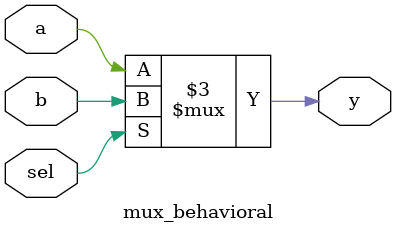
<source format=v>
module mux_behavioral (input a, input b, input sel, output reg y);
    always @(*) begin
        if (sel)
            y = b;
        else
            y = a;
    end
endmodule

</source>
